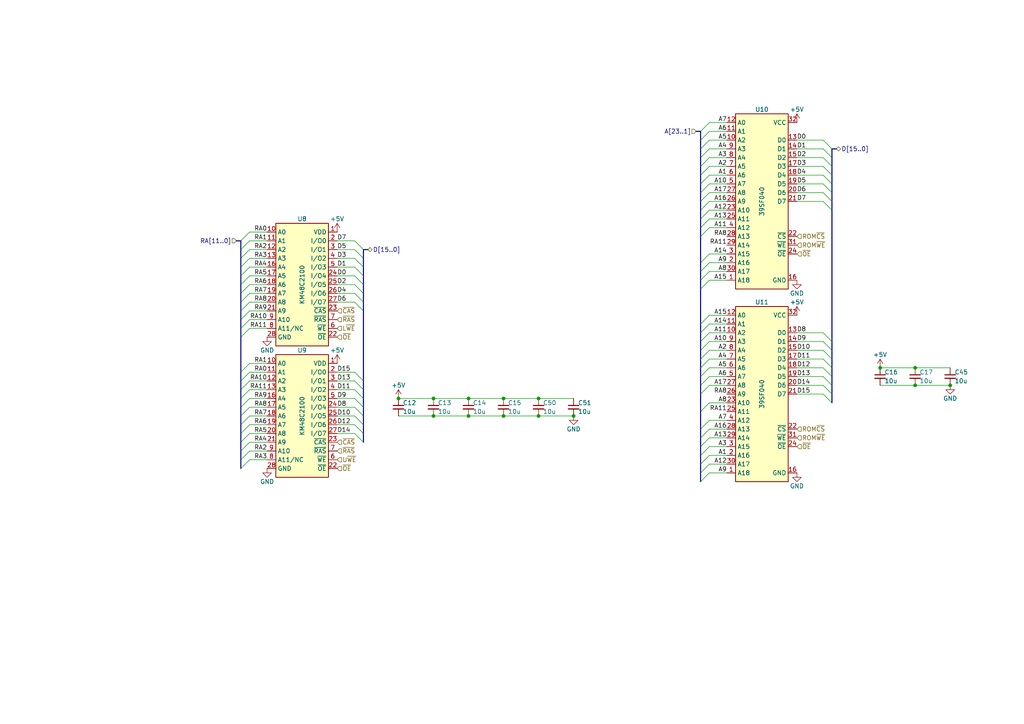
<source format=kicad_sch>
(kicad_sch (version 20230121) (generator eeschema)
  (paper "A4")
  (lib_symbols
    (symbol "Device:C_Small" (pin_numbers hide) (pin_names (offset 0.254) hide)
      (property "Reference" "C" (at 0.254 1.778 0))
      (property "Value" "C_Small" (at 0.254 -2.032 0))
      (symbol "C_Small_0_1"
        (polyline (pts (xy -1.524 -0.508) (xy 1.524 -0.508)) (stroke (width 0.3302)))
        (polyline (pts (xy -1.524 0.508) (xy 1.524 0.508)) (stroke (width 0.3048)))
      )
      (symbol "C_Small_1_1"
        (pin passive line (at 0 2.54 270) (length 2.032) (name "~") (number "1"))
        (pin passive line (at 0 -2.54 90) (length 2.032) (name "~") (number "2"))
      )
    )
    (symbol "GW_RAM:DRAM-2Mx8-SOP-28"
      (property "Reference" "U" (at 0 19.05 0))
      (property "Value" "DRAM-2Mx8-SOP-28" (at 0 0 90))
      (symbol "DRAM-2Mx8-SOP-28_0_1"
        (rectangle (start -7.62 17.78) (end 7.62 -17.78) (stroke (width 0.254)) (fill (type background)))
      )
      (symbol "DRAM-2Mx8-SOP-28_1_1"
        (pin power_in line (at 10.16 15.24 180) (length 2.54) (name "VDD") (number "1"))
        (pin input line (at -10.16 15.24 0) (length 2.54) (name "A0") (number "10"))
        (pin input line (at -10.16 12.7 0) (length 2.54) (name "A1") (number "11"))
        (pin input line (at -10.16 10.16 0) (length 2.54) (name "A2") (number "12"))
        (pin input line (at -10.16 7.62 0) (length 2.54) (name "A3") (number "13"))
        (pin power_in line (at 10.16 15.24 180) (length 2.54) hide (name "VDD") (number "14"))
        (pin power_in line (at -10.16 -15.24 0) (length 2.54) hide (name "GND") (number "15"))
        (pin input line (at -10.16 5.08 0) (length 2.54) (name "A4") (number "16"))
        (pin input line (at -10.16 2.54 0) (length 2.54) (name "A5") (number "17"))
        (pin input line (at -10.16 0 0) (length 2.54) (name "A6") (number "18"))
        (pin input line (at -10.16 -2.54 0) (length 2.54) (name "A7") (number "19"))
        (pin bidirectional line (at 10.16 12.7 180) (length 2.54) (name "I/O0") (number "2"))
        (pin input line (at -10.16 -5.08 0) (length 2.54) (name "A8") (number "20"))
        (pin input line (at -10.16 -7.62 0) (length 2.54) (name "A9") (number "21"))
        (pin input line (at 10.16 -15.24 180) (length 2.54) (name "~{OE}") (number "22"))
        (pin input line (at 10.16 -7.62 180) (length 2.54) (name "~{CAS}") (number "23"))
        (pin bidirectional line (at 10.16 2.54 180) (length 2.54) (name "I/O4") (number "24"))
        (pin bidirectional line (at 10.16 0 180) (length 2.54) (name "I/O5") (number "25"))
        (pin bidirectional line (at 10.16 -2.54 180) (length 2.54) (name "I/O6") (number "26"))
        (pin bidirectional line (at 10.16 -5.08 180) (length 2.54) (name "I/O7") (number "27"))
        (pin power_in line (at -10.16 -15.24 0) (length 2.54) (name "GND") (number "28"))
        (pin bidirectional line (at 10.16 10.16 180) (length 2.54) (name "I/O1") (number "3"))
        (pin bidirectional line (at 10.16 7.62 180) (length 2.54) (name "I/O2") (number "4"))
        (pin bidirectional line (at 10.16 5.08 180) (length 2.54) (name "I/O3") (number "5"))
        (pin input line (at 10.16 -12.7 180) (length 2.54) (name "~{WE}") (number "6"))
        (pin input line (at 10.16 -10.16 180) (length 2.54) (name "~{RAS}") (number "7"))
        (pin input line (at -10.16 -12.7 0) (length 2.54) (name "A11/NC") (number "8"))
        (pin input line (at -10.16 -10.16 0) (length 2.54) (name "A10") (number "9"))
      )
    )
    (symbol "GW_RAM:Flash-512Kx8-PLCC-32"
      (property "Reference" "U" (at 0 26.67 0))
      (property "Value" "Flash-512Kx8-PLCC-32" (at 0 0 90))
      (symbol "Flash-512Kx8-PLCC-32_0_0"
        (pin power_in line (at 10.16 -22.86 180) (length 2.54) (name "GND") (number "16"))
        (pin power_in line (at 10.16 22.86 180) (length 2.54) (name "VCC") (number "32"))
      )
      (symbol "Flash-512Kx8-PLCC-32_0_1"
        (rectangle (start -7.62 25.4) (end 7.62 -25.4) (stroke (width 0.254)) (fill (type background)))
      )
      (symbol "Flash-512Kx8-PLCC-32_1_1"
        (pin input line (at -10.16 -22.86 0) (length 2.54) (name "A18") (number "1"))
        (pin input line (at -10.16 17.78 0) (length 2.54) (name "A2") (number "10"))
        (pin input line (at -10.16 20.32 0) (length 2.54) (name "A1") (number "11"))
        (pin input line (at -10.16 22.86 0) (length 2.54) (name "A0") (number "12"))
        (pin bidirectional line (at 10.16 17.78 180) (length 2.54) (name "D0") (number "13"))
        (pin bidirectional line (at 10.16 15.24 180) (length 2.54) (name "D1") (number "14"))
        (pin bidirectional line (at 10.16 12.7 180) (length 2.54) (name "D2") (number "15"))
        (pin bidirectional line (at 10.16 10.16 180) (length 2.54) (name "D3") (number "17"))
        (pin bidirectional line (at 10.16 7.62 180) (length 2.54) (name "D4") (number "18"))
        (pin bidirectional line (at 10.16 5.08 180) (length 2.54) (name "D5") (number "19"))
        (pin input line (at -10.16 -17.78 0) (length 2.54) (name "A16") (number "2"))
        (pin bidirectional line (at 10.16 2.54 180) (length 2.54) (name "D6") (number "20"))
        (pin bidirectional line (at 10.16 0 180) (length 2.54) (name "D7") (number "21"))
        (pin input line (at 10.16 -10.16 180) (length 2.54) (name "~{CS}") (number "22"))
        (pin input line (at -10.16 -2.54 0) (length 2.54) (name "A10") (number "23"))
        (pin input line (at 10.16 -15.24 180) (length 2.54) (name "~{OE}") (number "24"))
        (pin input line (at -10.16 -5.08 0) (length 2.54) (name "A11") (number "25"))
        (pin input line (at -10.16 0 0) (length 2.54) (name "A9") (number "26"))
        (pin input line (at -10.16 2.54 0) (length 2.54) (name "A8") (number "27"))
        (pin input line (at -10.16 -10.16 0) (length 2.54) (name "A13") (number "28"))
        (pin input line (at -10.16 -12.7 0) (length 2.54) (name "A14") (number "29"))
        (pin input line (at -10.16 -15.24 0) (length 2.54) (name "A15") (number "3"))
        (pin input line (at -10.16 -20.32 0) (length 2.54) (name "A17") (number "30"))
        (pin input line (at 10.16 -12.7 180) (length 2.54) (name "~{WE}") (number "31"))
        (pin input line (at -10.16 -7.62 0) (length 2.54) (name "A12") (number "4"))
        (pin input line (at -10.16 5.08 0) (length 2.54) (name "A7") (number "5"))
        (pin input line (at -10.16 7.62 0) (length 2.54) (name "A6") (number "6"))
        (pin input line (at -10.16 10.16 0) (length 2.54) (name "A5") (number "7"))
        (pin input line (at -10.16 12.7 0) (length 2.54) (name "A4") (number "8"))
        (pin input line (at -10.16 15.24 0) (length 2.54) (name "A3") (number "9"))
      )
    )
    (symbol "power:+5V" (power) (pin_names (offset 0))
      (property "Value" "+5V" (at 0 3.556 0))
      (symbol "+5V_0_1"
        (polyline (pts (xy -0.762 1.27) (xy 0 2.54)))
        (polyline (pts (xy 0 0) (xy 0 2.54)))
        (polyline (pts (xy 0 2.54) (xy 0.762 1.27)))
      )
      (symbol "+5V_1_1"
        (pin power_in line (at 0 0 90) (length 0) hide (name "+5V") (number "1"))
      )
    )
    (symbol "power:GND" (power) (pin_names (offset 0))
      (property "Value" "GND" (at 0 -3.81 0))
      (symbol "GND_0_1"
        (polyline (pts (xy 0 0) (xy 0 -1.27) (xy 1.27 -1.27) (xy 0 -2.54) (xy -1.27 -1.27) (xy 0 -1.27)))
      )
      (symbol "GND_1_1"
        (pin power_in line (at 0 0 270) (length 0) hide (name "GND") (number "1"))
      )
    )
  )
  (junction (at 156.21 115.57))
  (junction (at 265.43 111.76))
  (junction (at 166.37 120.65))
  (junction (at 265.43 106.68))
  (junction (at 115.57 115.57))
  (junction (at 146.05 120.65))
  (junction (at 255.27 106.68))
  (junction (at 125.73 115.57))
  (junction (at 156.21 120.65))
  (junction (at 135.89 120.65))
  (junction (at 146.05 115.57))
  (junction (at 275.59 111.76))
  (junction (at 125.73 120.65))
  (junction (at 135.89 115.57))
  (bus_entry (at 105.41 85.09) (size -2.54 -2.54))
  (bus_entry (at 69.85 118.11) (size 2.54 -2.54))
  (bus_entry (at 105.41 87.63) (size -2.54 -2.54))
  (bus_entry (at 105.41 72.39) (size -2.54 -2.54))
  (bus_entry (at 205.74 78.74) (size -2.54 2.54))
  (bus_entry (at 105.41 123.19) (size -2.54 -2.54))
  (bus_entry (at 205.74 96.52) (size -2.54 2.54))
  (bus_entry (at 238.76 50.8) (size 2.54 2.54))
  (bus_entry (at 205.74 132.08) (size -2.54 2.54))
  (bus_entry (at 69.85 80.01) (size 2.54 -2.54))
  (bus_entry (at 69.85 77.47) (size 2.54 -2.54))
  (bus_entry (at 105.41 74.93) (size -2.54 -2.54))
  (bus_entry (at 105.41 113.03) (size -2.54 -2.54))
  (bus_entry (at 205.74 45.72) (size -2.54 2.54))
  (bus_entry (at 205.74 111.76) (size -2.54 2.54))
  (bus_entry (at 69.85 133.35) (size 2.54 -2.54))
  (bus_entry (at 69.85 123.19) (size 2.54 -2.54))
  (bus_entry (at 238.76 58.42) (size 2.54 2.54))
  (bus_entry (at 205.74 99.06) (size -2.54 2.54))
  (bus_entry (at 105.41 125.73) (size -2.54 -2.54))
  (bus_entry (at 238.76 111.76) (size 2.54 2.54))
  (bus_entry (at 69.85 128.27) (size 2.54 -2.54))
  (bus_entry (at 69.85 125.73) (size 2.54 -2.54))
  (bus_entry (at 69.85 97.79) (size 2.54 -2.54))
  (bus_entry (at 205.74 91.44) (size -2.54 2.54))
  (bus_entry (at 238.76 96.52) (size 2.54 2.54))
  (bus_entry (at 105.41 128.27) (size -2.54 -2.54))
  (bus_entry (at 238.76 55.88) (size 2.54 2.54))
  (bus_entry (at 105.41 115.57) (size -2.54 -2.54))
  (bus_entry (at 105.41 120.65) (size -2.54 -2.54))
  (bus_entry (at 105.41 90.17) (size -2.54 -2.54))
  (bus_entry (at 105.41 118.11) (size -2.54 -2.54))
  (bus_entry (at 205.74 137.16) (size -2.54 2.54))
  (bus_entry (at 105.41 80.01) (size -2.54 -2.54))
  (bus_entry (at 205.74 129.54) (size -2.54 2.54))
  (bus_entry (at 205.74 73.66) (size -2.54 2.54))
  (bus_entry (at 69.85 92.71) (size 2.54 -2.54))
  (bus_entry (at 238.76 45.72) (size 2.54 2.54))
  (bus_entry (at 205.74 81.28) (size -2.54 2.54))
  (bus_entry (at 205.74 55.88) (size -2.54 2.54))
  (bus_entry (at 69.85 110.49) (size 2.54 -2.54))
  (bus_entry (at 69.85 107.95) (size 2.54 -2.54))
  (bus_entry (at 69.85 74.93) (size 2.54 -2.54))
  (bus_entry (at 205.74 58.42) (size -2.54 2.54))
  (bus_entry (at 205.74 76.2) (size -2.54 2.54))
  (bus_entry (at 69.85 85.09) (size 2.54 -2.54))
  (bus_entry (at 69.85 90.17) (size 2.54 -2.54))
  (bus_entry (at 205.74 121.92) (size -2.54 2.54))
  (bus_entry (at 238.76 43.18) (size 2.54 2.54))
  (bus_entry (at 205.74 106.68) (size -2.54 2.54))
  (bus_entry (at 69.85 87.63) (size 2.54 -2.54))
  (bus_entry (at 105.41 110.49) (size -2.54 -2.54))
  (bus_entry (at 69.85 69.85) (size 2.54 -2.54))
  (bus_entry (at 205.74 109.22) (size -2.54 2.54))
  (bus_entry (at 105.41 82.55) (size -2.54 -2.54))
  (bus_entry (at 238.76 40.64) (size 2.54 2.54))
  (bus_entry (at 69.85 82.55) (size 2.54 -2.54))
  (bus_entry (at 205.74 66.04) (size -2.54 2.54))
  (bus_entry (at 238.76 53.34) (size 2.54 2.54))
  (bus_entry (at 205.74 124.46) (size -2.54 2.54))
  (bus_entry (at 205.74 50.8) (size -2.54 2.54))
  (bus_entry (at 238.76 48.26) (size 2.54 2.54))
  (bus_entry (at 205.74 53.34) (size -2.54 2.54))
  (bus_entry (at 205.74 93.98) (size -2.54 2.54))
  (bus_entry (at 205.74 127) (size -2.54 2.54))
  (bus_entry (at 205.74 38.1) (size -2.54 2.54))
  (bus_entry (at 238.76 104.14) (size 2.54 2.54))
  (bus_entry (at 205.74 35.56) (size -2.54 2.54))
  (bus_entry (at 105.41 77.47) (size -2.54 -2.54))
  (bus_entry (at 238.76 101.6) (size 2.54 2.54))
  (bus_entry (at 205.74 134.62) (size -2.54 2.54))
  (bus_entry (at 205.74 60.96) (size -2.54 2.54))
  (bus_entry (at 205.74 63.5) (size -2.54 2.54))
  (bus_entry (at 205.74 40.64) (size -2.54 2.54))
  (bus_entry (at 238.76 99.06) (size 2.54 2.54))
  (bus_entry (at 69.85 120.65) (size 2.54 -2.54))
  (bus_entry (at 69.85 115.57) (size 2.54 -2.54))
  (bus_entry (at 69.85 113.03) (size 2.54 -2.54))
  (bus_entry (at 205.74 104.14) (size -2.54 2.54))
  (bus_entry (at 238.76 106.68) (size 2.54 2.54))
  (bus_entry (at 238.76 109.22) (size 2.54 2.54))
  (bus_entry (at 69.85 72.39) (size 2.54 -2.54))
  (bus_entry (at 205.74 116.84) (size -2.54 2.54))
  (bus_entry (at 69.85 95.25) (size 2.54 -2.54))
  (bus_entry (at 205.74 43.18) (size -2.54 2.54))
  (bus_entry (at 238.76 114.3) (size 2.54 2.54))
  (bus_entry (at 205.74 101.6) (size -2.54 2.54))
  (bus_entry (at 69.85 135.89) (size 2.54 -2.54))
  (bus_entry (at 69.85 130.81) (size 2.54 -2.54))
  (bus_entry (at 205.74 48.26) (size -2.54 2.54))
  (bus (pts (xy 241.3 58.42) (xy 241.3 60.96)))
  (bus (pts (xy 69.85 69.85) (xy 69.85 72.39)))
  (bus (pts (xy 105.41 123.19) (xy 105.41 125.73)))
  (wire (pts (xy 77.47 82.55) (xy 72.39 82.55)))
  (bus (pts (xy 69.85 128.27) (xy 69.85 130.81)))
  (bus (pts (xy 69.85 74.93) (xy 69.85 77.47)))
  (wire (pts (xy 210.82 91.44) (xy 205.74 91.44)))
  (wire (pts (xy 77.47 85.09) (xy 72.39 85.09)))
  (wire (pts (xy 210.82 38.1) (xy 205.74 38.1)))
  (wire (pts (xy 77.47 118.11) (xy 72.39 118.11)))
  (wire (pts (xy 115.57 120.65) (xy 125.73 120.65)))
  (wire (pts (xy 210.82 50.8) (xy 205.74 50.8)))
  (wire (pts (xy 231.14 96.52) (xy 238.76 96.52)))
  (wire (pts (xy 210.82 134.62) (xy 205.74 134.62)))
  (bus (pts (xy 69.85 133.35) (xy 69.85 135.89)))
  (wire (pts (xy 125.73 115.57) (xy 135.89 115.57)))
  (wire (pts (xy 231.14 104.14) (xy 238.76 104.14)))
  (wire (pts (xy 77.47 105.41) (xy 72.39 105.41)))
  (wire (pts (xy 77.47 113.03) (xy 72.39 113.03)))
  (wire (pts (xy 135.89 115.57) (xy 146.05 115.57)))
  (wire (pts (xy 210.82 99.06) (xy 205.74 99.06)))
  (wire (pts (xy 210.82 35.56) (xy 205.74 35.56)))
  (bus (pts (xy 203.2 43.18) (xy 203.2 45.72)))
  (bus (pts (xy 203.2 124.46) (xy 203.2 127)))
  (wire (pts (xy 265.43 106.68) (xy 275.59 106.68)))
  (wire (pts (xy 210.82 55.88) (xy 205.74 55.88)))
  (wire (pts (xy 231.14 48.26) (xy 238.76 48.26)))
  (bus (pts (xy 241.3 101.6) (xy 241.3 104.14)))
  (bus (pts (xy 241.3 55.88) (xy 241.3 58.42)))
  (bus (pts (xy 241.3 48.26) (xy 241.3 50.8)))
  (bus (pts (xy 241.3 50.8) (xy 241.3 53.34)))
  (bus (pts (xy 105.41 74.93) (xy 105.41 77.47)))
  (wire (pts (xy 77.47 92.71) (xy 72.39 92.71)))
  (wire (pts (xy 231.14 111.76) (xy 238.76 111.76)))
  (bus (pts (xy 203.2 134.62) (xy 203.2 137.16)))
  (bus (pts (xy 69.85 118.11) (xy 69.85 120.65)))
  (bus (pts (xy 203.2 38.1) (xy 203.2 40.64)))
  (bus (pts (xy 69.85 95.25) (xy 69.85 97.79)))
  (bus (pts (xy 203.2 111.76) (xy 203.2 114.3)))
  (wire (pts (xy 210.82 96.52) (xy 205.74 96.52)))
  (bus (pts (xy 69.85 123.19) (xy 69.85 125.73)))
  (bus (pts (xy 69.85 130.81) (xy 69.85 133.35)))
  (wire (pts (xy 77.47 90.17) (xy 72.39 90.17)))
  (bus (pts (xy 242.57 43.18) (xy 241.3 43.18)))
  (bus (pts (xy 203.2 129.54) (xy 203.2 132.08)))
  (wire (pts (xy 102.87 72.39) (xy 97.79 72.39)))
  (wire (pts (xy 115.57 115.57) (xy 125.73 115.57)))
  (bus (pts (xy 203.2 50.8) (xy 203.2 53.34)))
  (wire (pts (xy 210.82 76.2) (xy 205.74 76.2)))
  (bus (pts (xy 105.41 120.65) (xy 105.41 123.19)))
  (wire (pts (xy 231.14 53.34) (xy 238.76 53.34)))
  (wire (pts (xy 210.82 53.34) (xy 205.74 53.34)))
  (wire (pts (xy 77.47 72.39) (xy 72.39 72.39)))
  (bus (pts (xy 105.41 113.03) (xy 105.41 115.57)))
  (bus (pts (xy 241.3 114.3) (xy 241.3 116.84)))
  (wire (pts (xy 102.87 110.49) (xy 97.79 110.49)))
  (bus (pts (xy 105.41 90.17) (xy 105.41 110.49)))
  (wire (pts (xy 77.47 67.31) (xy 72.39 67.31)))
  (bus (pts (xy 69.85 82.55) (xy 69.85 85.09)))
  (bus (pts (xy 105.41 85.09) (xy 105.41 87.63)))
  (wire (pts (xy 97.79 118.11) (xy 102.87 118.11)))
  (bus (pts (xy 203.2 66.04) (xy 203.2 68.58)))
  (bus (pts (xy 203.2 109.22) (xy 203.2 111.76)))
  (bus (pts (xy 106.68 72.39) (xy 105.41 72.39)))
  (bus (pts (xy 69.85 92.71) (xy 69.85 95.25)))
  (bus (pts (xy 203.2 40.64) (xy 203.2 43.18)))
  (bus (pts (xy 69.85 97.79) (xy 69.85 107.95)))
  (wire (pts (xy 125.73 120.65) (xy 135.89 120.65)))
  (wire (pts (xy 146.05 120.65) (xy 156.21 120.65)))
  (wire (pts (xy 77.47 107.95) (xy 72.39 107.95)))
  (wire (pts (xy 210.82 137.16) (xy 205.74 137.16)))
  (wire (pts (xy 210.82 109.22) (xy 205.74 109.22)))
  (bus (pts (xy 203.2 63.5) (xy 203.2 66.04)))
  (bus (pts (xy 69.85 90.17) (xy 69.85 92.71)))
  (wire (pts (xy 146.05 115.57) (xy 156.21 115.57)))
  (wire (pts (xy 210.82 66.04) (xy 205.74 66.04)))
  (bus (pts (xy 203.2 53.34) (xy 203.2 55.88)))
  (wire (pts (xy 210.82 106.68) (xy 205.74 106.68)))
  (bus (pts (xy 105.41 110.49) (xy 105.41 113.03)))
  (bus (pts (xy 241.3 104.14) (xy 241.3 106.68)))
  (wire (pts (xy 77.47 133.35) (xy 72.39 133.35)))
  (wire (pts (xy 210.82 58.42) (xy 205.74 58.42)))
  (wire (pts (xy 77.47 77.47) (xy 72.39 77.47)))
  (bus (pts (xy 241.3 60.96) (xy 241.3 99.06)))
  (wire (pts (xy 231.14 55.88) (xy 238.76 55.88)))
  (bus (pts (xy 201.93 38.1) (xy 203.2 38.1)))
  (wire (pts (xy 210.82 111.76) (xy 205.74 111.76)))
  (wire (pts (xy 210.82 45.72) (xy 205.74 45.72)))
  (wire (pts (xy 77.47 120.65) (xy 72.39 120.65)))
  (bus (pts (xy 203.2 45.72) (xy 203.2 48.26)))
  (bus (pts (xy 203.2 104.14) (xy 203.2 106.68)))
  (bus (pts (xy 203.2 101.6) (xy 203.2 104.14)))
  (wire (pts (xy 97.79 85.09) (xy 102.87 85.09)))
  (bus (pts (xy 69.85 72.39) (xy 69.85 74.93)))
  (bus (pts (xy 69.85 120.65) (xy 69.85 123.19)))
  (wire (pts (xy 210.82 43.18) (xy 205.74 43.18)))
  (bus (pts (xy 203.2 137.16) (xy 203.2 139.7)))
  (wire (pts (xy 77.47 87.63) (xy 72.39 87.63)))
  (wire (pts (xy 210.82 40.64) (xy 205.74 40.64)))
  (bus (pts (xy 203.2 119.38) (xy 203.2 124.46)))
  (wire (pts (xy 231.14 50.8) (xy 238.76 50.8)))
  (wire (pts (xy 102.87 69.85) (xy 97.79 69.85)))
  (bus (pts (xy 105.41 125.73) (xy 105.41 128.27)))
  (wire (pts (xy 231.14 106.68) (xy 238.76 106.68)))
  (wire (pts (xy 210.82 129.54) (xy 205.74 129.54)))
  (wire (pts (xy 210.82 60.96) (xy 205.74 60.96)))
  (wire (pts (xy 210.82 73.66) (xy 205.74 73.66)))
  (wire (pts (xy 102.87 113.03) (xy 97.79 113.03)))
  (wire (pts (xy 265.43 111.76) (xy 275.59 111.76)))
  (bus (pts (xy 105.41 77.47) (xy 105.41 80.01)))
  (bus (pts (xy 203.2 81.28) (xy 203.2 83.82)))
  (bus (pts (xy 203.2 83.82) (xy 203.2 93.98)))
  (wire (pts (xy 210.82 93.98) (xy 205.74 93.98)))
  (bus (pts (xy 69.85 77.47) (xy 69.85 80.01)))
  (wire (pts (xy 77.47 95.25) (xy 72.39 95.25)))
  (wire (pts (xy 210.82 116.84) (xy 205.74 116.84)))
  (bus (pts (xy 241.3 106.68) (xy 241.3 109.22)))
  (wire (pts (xy 97.79 87.63) (xy 102.87 87.63)))
  (bus (pts (xy 241.3 43.18) (xy 241.3 45.72)))
  (wire (pts (xy 255.27 106.68) (xy 265.43 106.68)))
  (bus (pts (xy 241.3 45.72) (xy 241.3 48.26)))
  (bus (pts (xy 241.3 99.06) (xy 241.3 101.6)))
  (wire (pts (xy 210.82 81.28) (xy 205.74 81.28)))
  (bus (pts (xy 203.2 48.26) (xy 203.2 50.8)))
  (wire (pts (xy 210.82 101.6) (xy 205.74 101.6)))
  (wire (pts (xy 231.14 114.3) (xy 238.76 114.3)))
  (bus (pts (xy 203.2 132.08) (xy 203.2 134.62)))
  (wire (pts (xy 77.47 123.19) (xy 72.39 123.19)))
  (wire (pts (xy 97.79 120.65) (xy 102.87 120.65)))
  (bus (pts (xy 69.85 87.63) (xy 69.85 90.17)))
  (wire (pts (xy 156.21 115.57) (xy 166.37 115.57)))
  (bus (pts (xy 203.2 127) (xy 203.2 129.54)))
  (wire (pts (xy 77.47 74.93) (xy 72.39 74.93)))
  (wire (pts (xy 135.89 120.65) (xy 146.05 120.65)))
  (wire (pts (xy 77.47 69.85) (xy 72.39 69.85)))
  (wire (pts (xy 97.79 123.19) (xy 102.87 123.19)))
  (wire (pts (xy 102.87 77.47) (xy 97.79 77.47)))
  (bus (pts (xy 69.85 125.73) (xy 69.85 128.27)))
  (wire (pts (xy 77.47 125.73) (xy 72.39 125.73)))
  (wire (pts (xy 231.14 101.6) (xy 238.76 101.6)))
  (bus (pts (xy 203.2 76.2) (xy 203.2 78.74)))
  (bus (pts (xy 241.3 109.22) (xy 241.3 111.76)))
  (bus (pts (xy 105.41 115.57) (xy 105.41 118.11)))
  (bus (pts (xy 241.3 53.34) (xy 241.3 55.88)))
  (bus (pts (xy 203.2 55.88) (xy 203.2 58.42)))
  (wire (pts (xy 231.14 99.06) (xy 238.76 99.06)))
  (wire (pts (xy 77.47 128.27) (xy 72.39 128.27)))
  (bus (pts (xy 203.2 68.58) (xy 203.2 76.2)))
  (wire (pts (xy 255.27 111.76) (xy 265.43 111.76)))
  (bus (pts (xy 203.2 78.74) (xy 203.2 81.28)))
  (wire (pts (xy 231.14 109.22) (xy 238.76 109.22)))
  (wire (pts (xy 97.79 80.01) (xy 102.87 80.01)))
  (wire (pts (xy 156.21 120.65) (xy 166.37 120.65)))
  (bus (pts (xy 203.2 96.52) (xy 203.2 99.06)))
  (bus (pts (xy 69.85 80.01) (xy 69.85 82.55)))
  (wire (pts (xy 97.79 82.55) (xy 102.87 82.55)))
  (wire (pts (xy 231.14 45.72) (xy 238.76 45.72)))
  (wire (pts (xy 210.82 132.08) (xy 205.74 132.08)))
  (bus (pts (xy 203.2 99.06) (xy 203.2 101.6)))
  (wire (pts (xy 97.79 107.95) (xy 102.87 107.95)))
  (bus (pts (xy 105.41 82.55) (xy 105.41 85.09)))
  (bus (pts (xy 105.41 87.63) (xy 105.41 90.17)))
  (wire (pts (xy 102.87 115.57) (xy 97.79 115.57)))
  (wire (pts (xy 231.14 40.64) (xy 238.76 40.64)))
  (bus (pts (xy 203.2 106.68) (xy 203.2 109.22)))
  (wire (pts (xy 77.47 110.49) (xy 72.39 110.49)))
  (bus (pts (xy 105.41 72.39) (xy 105.41 74.93)))
  (wire (pts (xy 210.82 104.14) (xy 205.74 104.14)))
  (wire (pts (xy 102.87 74.93) (xy 97.79 74.93)))
  (wire (pts (xy 210.82 127) (xy 205.74 127)))
  (bus (pts (xy 69.85 113.03) (xy 69.85 115.57)))
  (wire (pts (xy 77.47 115.57) (xy 72.39 115.57)))
  (wire (pts (xy 231.14 58.42) (xy 238.76 58.42)))
  (bus (pts (xy 203.2 58.42) (xy 203.2 60.96)))
  (wire (pts (xy 77.47 130.81) (xy 72.39 130.81)))
  (wire (pts (xy 210.82 48.26) (xy 205.74 48.26)))
  (bus (pts (xy 105.41 80.01) (xy 105.41 82.55)))
  (bus (pts (xy 69.85 85.09) (xy 69.85 87.63)))
  (wire (pts (xy 97.79 125.73) (xy 102.87 125.73)))
  (bus (pts (xy 203.2 114.3) (xy 203.2 119.38)))
  (bus (pts (xy 69.85 69.85) (xy 68.58 69.85)))
  (wire (pts (xy 210.82 63.5) (xy 205.74 63.5)))
  (bus (pts (xy 69.85 115.57) (xy 69.85 118.11)))
  (wire (pts (xy 210.82 124.46) (xy 205.74 124.46)))
  (bus (pts (xy 203.2 60.96) (xy 203.2 63.5)))
  (wire (pts (xy 231.14 43.18) (xy 238.76 43.18)))
  (bus (pts (xy 241.3 111.76) (xy 241.3 114.3)))
  (bus (pts (xy 203.2 93.98) (xy 203.2 96.52)))
  (wire (pts (xy 77.47 80.01) (xy 72.39 80.01)))
  (bus (pts (xy 69.85 107.95) (xy 69.85 110.49)))
  (bus (pts (xy 69.85 110.49) (xy 69.85 113.03)))
  (bus (pts (xy 105.41 118.11) (xy 105.41 120.65)))
  (wire (pts (xy 210.82 121.92) (xy 205.74 121.92)))
  (wire (pts (xy 210.82 78.74) (xy 205.74 78.74)))
  (label "RA11" (at 210.82 71.12 180))
  (label "A6" (at 210.82 38.1 180))
  (label "D12" (at 231.14 106.68 0))
  (label "RA11" (at 77.47 95.25 180))
  (label "A7" (at 210.82 35.56 180))
  (label "A1" (at 210.82 132.08 180))
  (label "A2" (at 210.82 48.26 180))
  (label "RA2" (at 77.47 72.39 180))
  (label "A17" (at 210.82 111.76 180))
  (label "A13" (at 210.82 127 180))
  (label "D10" (at 231.14 101.6 0))
  (label "D5" (at 97.79 72.39 0))
  (label "RA5" (at 77.47 125.73 180))
  (label "A8" (at 210.82 78.74 180))
  (label "D14" (at 231.14 111.76 0))
  (label "A4" (at 210.82 43.18 180))
  (label "A10" (at 210.82 53.34 180))
  (label "RA2" (at 77.47 130.81 180))
  (label "A14" (at 210.82 93.98 180))
  (label "D12" (at 97.79 123.19 0))
  (label "RA8" (at 77.47 118.11 180))
  (label "D11" (at 231.14 104.14 0))
  (label "RA8" (at 77.47 87.63 180))
  (label "RA0" (at 77.47 107.95 180))
  (label "A5" (at 210.82 106.68 180))
  (label "RA8" (at 210.82 114.3 180))
  (label "D4" (at 97.79 85.09 0))
  (label "D6" (at 97.79 87.63 0))
  (label "A13" (at 210.82 63.5 180))
  (label "A11" (at 210.82 66.04 180))
  (label "A16" (at 210.82 124.46 180))
  (label "D3" (at 97.79 74.93 0))
  (label "D2" (at 97.79 82.55 0))
  (label "A8" (at 210.82 116.84 180))
  (label "D1" (at 231.14 43.18 0))
  (label "RA9" (at 77.47 115.57 180))
  (label "RA7" (at 77.47 120.65 180))
  (label "RA10" (at 77.47 92.71 180))
  (label "A4" (at 210.82 104.14 180))
  (label "A5" (at 210.82 40.64 180))
  (label "RA4" (at 77.47 128.27 180))
  (label "D9" (at 97.79 115.57 0))
  (label "D7" (at 97.79 69.85 0))
  (label "RA6" (at 77.47 82.55 180))
  (label "D8" (at 231.14 96.52 0))
  (label "A7" (at 210.82 121.92 180))
  (label "RA5" (at 77.47 80.01 180))
  (label "RA6" (at 77.47 123.19 180))
  (label "D14" (at 97.79 125.73 0))
  (label "D3" (at 231.14 48.26 0))
  (label "A16" (at 210.82 58.42 180))
  (label "D6" (at 231.14 55.88 0))
  (label "A9" (at 210.82 76.2 180))
  (label "A2" (at 210.82 101.6 180))
  (label "RA1" (at 77.47 105.41 180))
  (label "D13" (at 231.14 109.22 0))
  (label "A15" (at 210.82 91.44 180))
  (label "D1" (at 97.79 77.47 0))
  (label "RA1" (at 77.47 69.85 180))
  (label "D15" (at 231.14 114.3 0))
  (label "D2" (at 231.14 45.72 0))
  (label "A6" (at 210.82 109.22 180))
  (label "A14" (at 210.82 73.66 180))
  (label "D4" (at 231.14 50.8 0))
  (label "A11" (at 210.82 96.52 180))
  (label "RA9" (at 77.47 90.17 180))
  (label "A9" (at 210.82 137.16 180))
  (label "RA8" (at 210.82 68.58 180))
  (label "RA11" (at 210.82 119.38 180))
  (label "A15" (at 210.82 81.28 180))
  (label "RA0" (at 77.47 67.31 180))
  (label "A12" (at 210.82 60.96 180))
  (label "RA4" (at 77.47 77.47 180))
  (label "D15" (at 97.79 107.95 0))
  (label "RA7" (at 77.47 85.09 180))
  (label "D11" (at 97.79 113.03 0))
  (label "D9" (at 231.14 99.06 0))
  (label "A17" (at 210.82 55.88 180))
  (label "D0" (at 97.79 80.01 0))
  (label "D13" (at 97.79 110.49 0))
  (label "D5" (at 231.14 53.34 0))
  (label "RA3" (at 77.47 74.93 180))
  (label "A1" (at 210.82 50.8 180))
  (label "A3" (at 210.82 129.54 180))
  (label "RA10" (at 77.47 110.49 180))
  (label "D8" (at 97.79 118.11 0))
  (label "RA11" (at 77.47 113.03 180))
  (label "A10" (at 210.82 99.06 180))
  (label "D7" (at 231.14 58.42 0))
  (label "A3" (at 210.82 45.72 180))
  (label "D10" (at 97.79 120.65 0))
  (label "A12" (at 210.82 134.62 180))
  (label "D0" (at 231.14 40.64 0))
  (label "RA3" (at 77.47 133.35 180))
  (hierarchical_label "~{OE}" (shape input) (at 231.14 129.54 0))
  (hierarchical_label "D[15..0]" (shape bidirectional) (at 106.68 72.39 0))
  (hierarchical_label "~{OE}" (shape input) (at 97.79 135.89 0))
  (hierarchical_label "ROM~{CS}" (shape input) (at 231.14 124.46 0))
  (hierarchical_label "U~{WE}" (shape input) (at 97.79 133.35 0))
  (hierarchical_label "~{OE}" (shape input) (at 231.14 73.66 0))
  (hierarchical_label "L~{WE}" (shape input) (at 97.79 95.25 0))
  (hierarchical_label "ROM~{WE}" (shape input) (at 231.14 127 0))
  (hierarchical_label "D[15..0]" (shape bidirectional) (at 242.57 43.18 0))
  (hierarchical_label "~{CAS}" (shape input) (at 97.79 90.17 0))
  (hierarchical_label "~{RAS}" (shape input) (at 97.79 92.71 0))
  (hierarchical_label "~{OE}" (shape input) (at 97.79 97.79 0))
  (hierarchical_label "ROM~{WE}" (shape input) (at 231.14 71.12 0))
  (hierarchical_label "ROM~{CS}" (shape input) (at 231.14 68.58 0))
  (hierarchical_label "RA[11..0]" (shape input) (at 68.58 69.85 180))
  (hierarchical_label "~{RAS}" (shape input) (at 97.79 130.81 0))
  (hierarchical_label "A[23..1]" (shape input) (at 201.93 38.1 180))
  (hierarchical_label "~{CAS}" (shape input) (at 97.79 128.27 0))
  (symbol (lib_id "GW_RAM:DRAM-2Mx8-SOP-28") (at 87.63 82.55 0) (unit 1)
    (property "Reference" "U8" (at 87.63 63.5 0))
    (property "Value" "KM48C2100" (at 87.63 82.55 90))
    (property "Footprint" "stdpads:SOJ-28_300mil" (effects hide))
  )
  (symbol (lib_id "power:GND") (at 77.47 97.79 0) (unit 1)
    (property "Reference" "#PWR0133" (effects hide))
    (property "Value" "GND" (at 77.47 101.6 0))
  )
  (symbol (lib_id "GW_RAM:DRAM-2Mx8-SOP-28") (at 87.63 120.65 0) (unit 1)
    (property "Reference" "U9" (at 87.63 101.6 0))
    (property "Value" "KM48C2100" (at 87.63 120.65 90))
    (property "Footprint" "stdpads:SOJ-28_300mil" (effects hide))
  )
  (symbol (lib_id "power:GND") (at 77.47 135.89 0) (unit 1)
    (property "Reference" "#PWR0134" (effects hide))
    (property "Value" "GND" (at 77.47 139.7 0))
  )
  (symbol (lib_id "power:+5V") (at 115.57 115.57 0) (unit 1)
    (property "Reference" "#PWR0138" (effects hide))
    (property "Value" "+5V" (at 115.57 111.76 0))
  )
  (symbol (lib_id "Device:C_Small") (at 125.73 118.11 0) (unit 1)
    (property "Reference" "C13" (at 127 116.84 0) (effects (justify left)))
    (property "Value" "10u" (at 127 119.38 0) (effects (justify left)))
    (property "Footprint" "stdpads:C_0805" (effects hide))
    (property "LCSC Part" "C15850" (effects hide))
  )
  (symbol (lib_id "Device:C_Small") (at 115.57 118.11 0) (unit 1)
    (property "Reference" "C12" (at 116.84 116.84 0) (effects (justify left)))
    (property "Value" "10u" (at 116.84 119.38 0) (effects (justify left)))
    (property "Footprint" "stdpads:C_0805" (effects hide))
    (property "LCSC Part" "C15850" (effects hide))
  )
  (symbol (lib_id "Device:C_Small") (at 135.89 118.11 0) (unit 1)
    (property "Reference" "C14" (at 137.16 116.84 0) (effects (justify left)))
    (property "Value" "10u" (at 137.16 119.38 0) (effects (justify left)))
    (property "Footprint" "stdpads:C_0805" (effects hide))
    (property "LCSC Part" "C15850" (effects hide))
  )
  (symbol (lib_id "Device:C_Small") (at 146.05 118.11 0) (unit 1)
    (property "Reference" "C15" (at 147.32 116.84 0) (effects (justify left)))
    (property "Value" "10u" (at 147.32 119.38 0) (effects (justify left)))
    (property "Footprint" "stdpads:C_0805" (effects hide))
    (property "LCSC Part" "C15850" (effects hide))
  )
  (symbol (lib_id "GW_RAM:Flash-512Kx8-PLCC-32") (at 220.98 58.42 0) (unit 1)
    (property "Reference" "U10" (at 220.98 31.75 0))
    (property "Value" "39SF040" (at 220.98 58.42 90))
    (property "Footprint" "stdpads:PLCC-32" (effects hide))
    (property "Datasheet" "http://ww1.microchip.com/downloads/en/DeviceDoc/20005022C.pdf" (effects hide))
    (property "LCSC Part" "C72257" (effects hide))
  )
  (symbol (lib_id "power:GND") (at 231.14 81.28 0) (unit 1)
    (property "Reference" "#PWR0141" (effects hide))
    (property "Value" "GND" (at 231.14 85.09 0))
  )
  (symbol (lib_id "power:GND") (at 231.14 137.16 0) (unit 1)
    (property "Reference" "#PWR0142" (effects hide))
    (property "Value" "GND" (at 231.14 140.97 0))
  )
  (symbol (lib_id "GW_RAM:Flash-512Kx8-PLCC-32") (at 220.98 114.3 0) (unit 1)
    (property "Reference" "U11" (at 220.98 87.63 0))
    (property "Value" "39SF040" (at 220.98 114.3 90))
    (property "Footprint" "stdpads:PLCC-32" (effects hide))
    (property "Datasheet" "http://ww1.microchip.com/downloads/en/DeviceDoc/20005022C.pdf" (effects hide))
    (property "LCSC Part" "C72257" (effects hide))
  )
  (symbol (lib_id "power:+5V") (at 255.27 106.68 0) (unit 1)
    (property "Reference" "#PWR0145" (effects hide))
    (property "Value" "+5V" (at 255.27 102.87 0))
  )
  (symbol (lib_id "Device:C_Small") (at 265.43 109.22 0) (unit 1)
    (property "Reference" "C17" (at 266.7 107.95 0) (effects (justify left)))
    (property "Value" "10u" (at 266.7 110.49 0) (effects (justify left)))
    (property "Footprint" "stdpads:C_0805" (effects hide))
    (property "LCSC Part" "C15850" (effects hide))
  )
  (symbol (lib_id "Device:C_Small") (at 255.27 109.22 0) (unit 1)
    (property "Reference" "C16" (at 256.54 107.95 0) (effects (justify left)))
    (property "Value" "10u" (at 256.54 110.49 0) (effects (justify left)))
    (property "Footprint" "stdpads:C_0805" (effects hide))
    (property "LCSC Part" "C15850" (effects hide))
  )
  (symbol (lib_id "power:+5V") (at 97.79 67.31 0) (unit 1)
    (property "Reference" "#PWR0105" (effects hide))
    (property "Value" "+5V" (at 97.79 63.5 0))
  )
  (symbol (lib_id "power:+5V") (at 97.79 105.41 0) (unit 1)
    (property "Reference" "#PWR0119" (effects hide))
    (property "Value" "+5V" (at 97.79 101.6 0))
  )
  (symbol (lib_id "power:+5V") (at 231.14 35.56 0) (unit 1)
    (property "Reference" "#PWR0120" (effects hide))
    (property "Value" "+5V" (at 231.14 31.75 0))
  )
  (symbol (lib_id "power:+5V") (at 231.14 91.44 0) (unit 1)
    (property "Reference" "#PWR0121" (effects hide))
    (property "Value" "+5V" (at 231.14 87.63 0))
  )
  (symbol (lib_id "Device:C_Small") (at 166.37 118.11 0) (unit 1)
    (property "Reference" "C51" (at 167.64 116.84 0) (effects (justify left)))
    (property "Value" "10u" (at 167.64 119.38 0) (effects (justify left)))
    (property "Footprint" "stdpads:C_0805" (effects hide))
    (property "LCSC Part" "C15850" (effects hide))
  )
  (symbol (lib_id "Device:C_Small") (at 156.21 118.11 0) (unit 1)
    (property "Reference" "C50" (at 157.48 116.84 0) (effects (justify left)))
    (property "Value" "10u" (at 157.48 119.38 0) (effects (justify left)))
    (property "Footprint" "stdpads:C_0805" (effects hide))
    (property "LCSC Part" "C15850" (effects hide))
  )
  (symbol (lib_id "power:GND") (at 275.59 111.76 0) (unit 1)
    (property "Reference" "#PWR0135" (effects hide))
    (property "Value" "GND" (at 275.59 115.57 0))
  )
  (symbol (lib_id "Device:C_Small") (at 275.59 109.22 0) (unit 1)
    (property "Reference" "C45" (at 276.86 107.95 0) (effects (justify left)))
    (property "Value" "10u" (at 276.86 110.49 0) (effects (justify left)))
    (property "Footprint" "stdpads:C_0805" (effects hide))
    (property "LCSC Part" "C15850" (effects hide))
  )
  (symbol (lib_id "power:GND") (at 166.37 120.65 0) (unit 1)
    (property "Reference" "#PWR0132" (effects hide))
    (property "Value" "GND" (at 166.37 124.46 0))
  )
)
</source>
